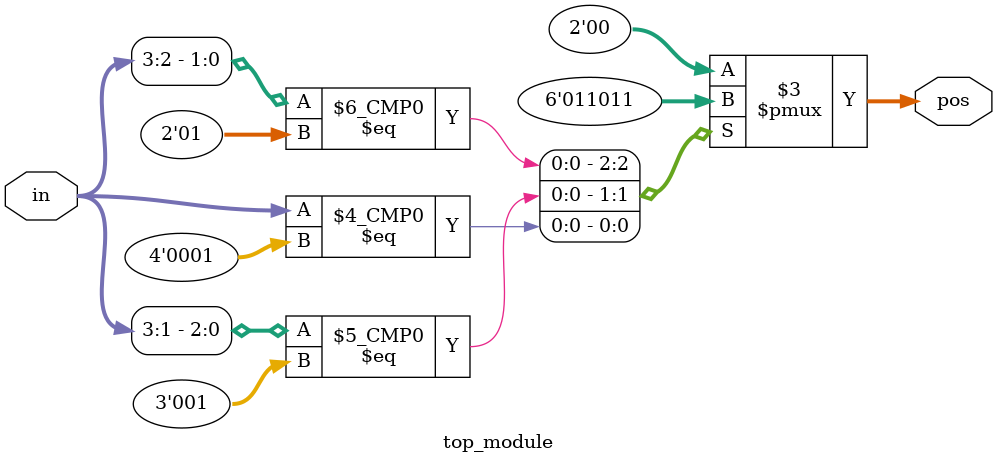
<source format=sv>
module top_module (
    input [3:0] in,
    output reg [1:0] pos
);

always @(*) begin
    casex (in)
        4'b1xxx: pos = 2'd0;
        4'b01xx: pos = 2'd1;
        4'b001x: pos = 2'd2;
        4'b0001: pos = 2'd3;
        default: pos = 2'd0; // If none of the input bits are high, output zero
    endcase
end

endmodule

</source>
